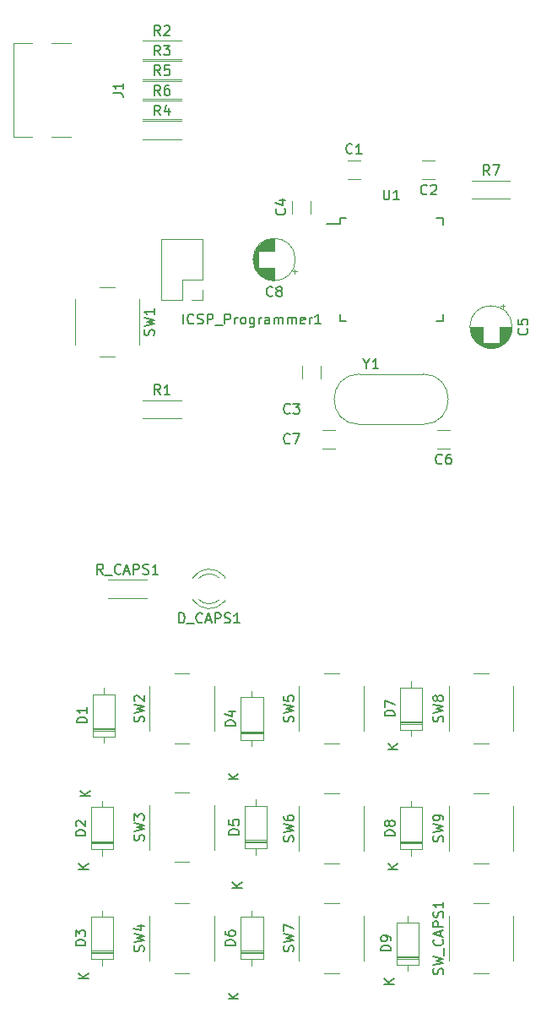
<source format=gbr>
%TF.GenerationSoftware,KiCad,Pcbnew,(6.0.5)*%
%TF.CreationDate,2022-06-16T16:21:38+10:00*%
%TF.ProjectId,test_microcontroller,74657374-5f6d-4696-9372-6f636f6e7472,rev?*%
%TF.SameCoordinates,Original*%
%TF.FileFunction,Legend,Top*%
%TF.FilePolarity,Positive*%
%FSLAX46Y46*%
G04 Gerber Fmt 4.6, Leading zero omitted, Abs format (unit mm)*
G04 Created by KiCad (PCBNEW (6.0.5)) date 2022-06-16 16:21:38*
%MOMM*%
%LPD*%
G01*
G04 APERTURE LIST*
%ADD10C,0.150000*%
%ADD11C,0.120000*%
G04 APERTURE END LIST*
D10*
%TO.C,D6*%
X51332380Y-112738095D02*
X50332380Y-112738095D01*
X50332380Y-112500000D01*
X50380000Y-112357142D01*
X50475238Y-112261904D01*
X50570476Y-112214285D01*
X50760952Y-112166666D01*
X50903809Y-112166666D01*
X51094285Y-112214285D01*
X51189523Y-112261904D01*
X51284761Y-112357142D01*
X51332380Y-112500000D01*
X51332380Y-112738095D01*
X50332380Y-111309523D02*
X50332380Y-111500000D01*
X50380000Y-111595238D01*
X50427619Y-111642857D01*
X50570476Y-111738095D01*
X50760952Y-111785714D01*
X51141904Y-111785714D01*
X51237142Y-111738095D01*
X51284761Y-111690476D01*
X51332380Y-111595238D01*
X51332380Y-111404761D01*
X51284761Y-111309523D01*
X51237142Y-111261904D01*
X51141904Y-111214285D01*
X50903809Y-111214285D01*
X50808571Y-111261904D01*
X50760952Y-111309523D01*
X50713333Y-111404761D01*
X50713333Y-111595238D01*
X50760952Y-111690476D01*
X50808571Y-111738095D01*
X50903809Y-111785714D01*
X51652380Y-118087468D02*
X50652380Y-118087468D01*
X51652380Y-117516040D02*
X51080952Y-117944611D01*
X50652380Y-117516040D02*
X51223809Y-118087468D01*
%TO.C,D1*%
X36472380Y-90418095D02*
X35472380Y-90418095D01*
X35472380Y-90180000D01*
X35520000Y-90037142D01*
X35615238Y-89941904D01*
X35710476Y-89894285D01*
X35900952Y-89846666D01*
X36043809Y-89846666D01*
X36234285Y-89894285D01*
X36329523Y-89941904D01*
X36424761Y-90037142D01*
X36472380Y-90180000D01*
X36472380Y-90418095D01*
X36472380Y-88894285D02*
X36472380Y-89465714D01*
X36472380Y-89180000D02*
X35472380Y-89180000D01*
X35615238Y-89275238D01*
X35710476Y-89370476D01*
X35758095Y-89465714D01*
X36792380Y-97783032D02*
X35792380Y-97783032D01*
X36792380Y-97211604D02*
X36220952Y-97640175D01*
X35792380Y-97211604D02*
X36363809Y-97783032D01*
%TO.C,C6*%
X72083333Y-64407142D02*
X72035714Y-64454761D01*
X71892857Y-64502380D01*
X71797619Y-64502380D01*
X71654761Y-64454761D01*
X71559523Y-64359523D01*
X71511904Y-64264285D01*
X71464285Y-64073809D01*
X71464285Y-63930952D01*
X71511904Y-63740476D01*
X71559523Y-63645238D01*
X71654761Y-63550000D01*
X71797619Y-63502380D01*
X71892857Y-63502380D01*
X72035714Y-63550000D01*
X72083333Y-63597619D01*
X72940476Y-63502380D02*
X72750000Y-63502380D01*
X72654761Y-63550000D01*
X72607142Y-63597619D01*
X72511904Y-63740476D01*
X72464285Y-63930952D01*
X72464285Y-64311904D01*
X72511904Y-64407142D01*
X72559523Y-64454761D01*
X72654761Y-64502380D01*
X72845238Y-64502380D01*
X72940476Y-64454761D01*
X72988095Y-64407142D01*
X73035714Y-64311904D01*
X73035714Y-64073809D01*
X72988095Y-63978571D01*
X72940476Y-63930952D01*
X72845238Y-63883333D01*
X72654761Y-63883333D01*
X72559523Y-63930952D01*
X72511904Y-63978571D01*
X72464285Y-64073809D01*
%TO.C,C2*%
X70583333Y-37407142D02*
X70535714Y-37454761D01*
X70392857Y-37502380D01*
X70297619Y-37502380D01*
X70154761Y-37454761D01*
X70059523Y-37359523D01*
X70011904Y-37264285D01*
X69964285Y-37073809D01*
X69964285Y-36930952D01*
X70011904Y-36740476D01*
X70059523Y-36645238D01*
X70154761Y-36550000D01*
X70297619Y-36502380D01*
X70392857Y-36502380D01*
X70535714Y-36550000D01*
X70583333Y-36597619D01*
X70964285Y-36597619D02*
X71011904Y-36550000D01*
X71107142Y-36502380D01*
X71345238Y-36502380D01*
X71440476Y-36550000D01*
X71488095Y-36597619D01*
X71535714Y-36692857D01*
X71535714Y-36788095D01*
X71488095Y-36930952D01*
X70916666Y-37502380D01*
X71535714Y-37502380D01*
%TO.C,D_CAPS1*%
X45706190Y-80412380D02*
X45706190Y-79412380D01*
X45944285Y-79412380D01*
X46087142Y-79460000D01*
X46182380Y-79555238D01*
X46230000Y-79650476D01*
X46277619Y-79840952D01*
X46277619Y-79983809D01*
X46230000Y-80174285D01*
X46182380Y-80269523D01*
X46087142Y-80364761D01*
X45944285Y-80412380D01*
X45706190Y-80412380D01*
X46468095Y-80507619D02*
X47230000Y-80507619D01*
X48039523Y-80317142D02*
X47991904Y-80364761D01*
X47849047Y-80412380D01*
X47753809Y-80412380D01*
X47610952Y-80364761D01*
X47515714Y-80269523D01*
X47468095Y-80174285D01*
X47420476Y-79983809D01*
X47420476Y-79840952D01*
X47468095Y-79650476D01*
X47515714Y-79555238D01*
X47610952Y-79460000D01*
X47753809Y-79412380D01*
X47849047Y-79412380D01*
X47991904Y-79460000D01*
X48039523Y-79507619D01*
X48420476Y-80126666D02*
X48896666Y-80126666D01*
X48325238Y-80412380D02*
X48658571Y-79412380D01*
X48991904Y-80412380D01*
X49325238Y-80412380D02*
X49325238Y-79412380D01*
X49706190Y-79412380D01*
X49801428Y-79460000D01*
X49849047Y-79507619D01*
X49896666Y-79602857D01*
X49896666Y-79745714D01*
X49849047Y-79840952D01*
X49801428Y-79888571D01*
X49706190Y-79936190D01*
X49325238Y-79936190D01*
X50277619Y-80364761D02*
X50420476Y-80412380D01*
X50658571Y-80412380D01*
X50753809Y-80364761D01*
X50801428Y-80317142D01*
X50849047Y-80221904D01*
X50849047Y-80126666D01*
X50801428Y-80031428D01*
X50753809Y-79983809D01*
X50658571Y-79936190D01*
X50468095Y-79888571D01*
X50372857Y-79840952D01*
X50325238Y-79793333D01*
X50277619Y-79698095D01*
X50277619Y-79602857D01*
X50325238Y-79507619D01*
X50372857Y-79460000D01*
X50468095Y-79412380D01*
X50706190Y-79412380D01*
X50849047Y-79460000D01*
X51801428Y-80412380D02*
X51230000Y-80412380D01*
X51515714Y-80412380D02*
X51515714Y-79412380D01*
X51420476Y-79555238D01*
X51325238Y-79650476D01*
X51230000Y-79698095D01*
%TO.C,D9*%
X66952380Y-113278095D02*
X65952380Y-113278095D01*
X65952380Y-113040000D01*
X66000000Y-112897142D01*
X66095238Y-112801904D01*
X66190476Y-112754285D01*
X66380952Y-112706666D01*
X66523809Y-112706666D01*
X66714285Y-112754285D01*
X66809523Y-112801904D01*
X66904761Y-112897142D01*
X66952380Y-113040000D01*
X66952380Y-113278095D01*
X66952380Y-112230476D02*
X66952380Y-112040000D01*
X66904761Y-111944761D01*
X66857142Y-111897142D01*
X66714285Y-111801904D01*
X66523809Y-111754285D01*
X66142857Y-111754285D01*
X66047619Y-111801904D01*
X66000000Y-111849523D01*
X65952380Y-111944761D01*
X65952380Y-112135238D01*
X66000000Y-112230476D01*
X66047619Y-112278095D01*
X66142857Y-112325714D01*
X66380952Y-112325714D01*
X66476190Y-112278095D01*
X66523809Y-112230476D01*
X66571428Y-112135238D01*
X66571428Y-111944761D01*
X66523809Y-111849523D01*
X66476190Y-111801904D01*
X66380952Y-111754285D01*
X67272380Y-116611904D02*
X66272380Y-116611904D01*
X67272380Y-116040476D02*
X66700952Y-116469047D01*
X66272380Y-116040476D02*
X66843809Y-116611904D01*
%TO.C,R7*%
X76833333Y-35532380D02*
X76500000Y-35056190D01*
X76261904Y-35532380D02*
X76261904Y-34532380D01*
X76642857Y-34532380D01*
X76738095Y-34580000D01*
X76785714Y-34627619D01*
X76833333Y-34722857D01*
X76833333Y-34865714D01*
X76785714Y-34960952D01*
X76738095Y-35008571D01*
X76642857Y-35056190D01*
X76261904Y-35056190D01*
X77166666Y-34532380D02*
X77833333Y-34532380D01*
X77404761Y-35532380D01*
%TO.C,SW_CAPS1*%
X72154761Y-115619047D02*
X72202380Y-115476190D01*
X72202380Y-115238095D01*
X72154761Y-115142857D01*
X72107142Y-115095238D01*
X72011904Y-115047619D01*
X71916666Y-115047619D01*
X71821428Y-115095238D01*
X71773809Y-115142857D01*
X71726190Y-115238095D01*
X71678571Y-115428571D01*
X71630952Y-115523809D01*
X71583333Y-115571428D01*
X71488095Y-115619047D01*
X71392857Y-115619047D01*
X71297619Y-115571428D01*
X71250000Y-115523809D01*
X71202380Y-115428571D01*
X71202380Y-115190476D01*
X71250000Y-115047619D01*
X71202380Y-114714285D02*
X72202380Y-114476190D01*
X71488095Y-114285714D01*
X72202380Y-114095238D01*
X71202380Y-113857142D01*
X72297619Y-113714285D02*
X72297619Y-112952380D01*
X72107142Y-112142857D02*
X72154761Y-112190476D01*
X72202380Y-112333333D01*
X72202380Y-112428571D01*
X72154761Y-112571428D01*
X72059523Y-112666666D01*
X71964285Y-112714285D01*
X71773809Y-112761904D01*
X71630952Y-112761904D01*
X71440476Y-112714285D01*
X71345238Y-112666666D01*
X71250000Y-112571428D01*
X71202380Y-112428571D01*
X71202380Y-112333333D01*
X71250000Y-112190476D01*
X71297619Y-112142857D01*
X71916666Y-111761904D02*
X71916666Y-111285714D01*
X72202380Y-111857142D02*
X71202380Y-111523809D01*
X72202380Y-111190476D01*
X72202380Y-110857142D02*
X71202380Y-110857142D01*
X71202380Y-110476190D01*
X71250000Y-110380952D01*
X71297619Y-110333333D01*
X71392857Y-110285714D01*
X71535714Y-110285714D01*
X71630952Y-110333333D01*
X71678571Y-110380952D01*
X71726190Y-110476190D01*
X71726190Y-110857142D01*
X72154761Y-109904761D02*
X72202380Y-109761904D01*
X72202380Y-109523809D01*
X72154761Y-109428571D01*
X72107142Y-109380952D01*
X72011904Y-109333333D01*
X71916666Y-109333333D01*
X71821428Y-109380952D01*
X71773809Y-109428571D01*
X71726190Y-109523809D01*
X71678571Y-109714285D01*
X71630952Y-109809523D01*
X71583333Y-109857142D01*
X71488095Y-109904761D01*
X71392857Y-109904761D01*
X71297619Y-109857142D01*
X71250000Y-109809523D01*
X71202380Y-109714285D01*
X71202380Y-109476190D01*
X71250000Y-109333333D01*
X72202380Y-108380952D02*
X72202380Y-108952380D01*
X72202380Y-108666666D02*
X71202380Y-108666666D01*
X71345238Y-108761904D01*
X71440476Y-108857142D01*
X71488095Y-108952380D01*
%TO.C,R6*%
X43833333Y-27532380D02*
X43500000Y-27056190D01*
X43261904Y-27532380D02*
X43261904Y-26532380D01*
X43642857Y-26532380D01*
X43738095Y-26580000D01*
X43785714Y-26627619D01*
X43833333Y-26722857D01*
X43833333Y-26865714D01*
X43785714Y-26960952D01*
X43738095Y-27008571D01*
X43642857Y-27056190D01*
X43261904Y-27056190D01*
X44690476Y-26532380D02*
X44500000Y-26532380D01*
X44404761Y-26580000D01*
X44357142Y-26627619D01*
X44261904Y-26770476D01*
X44214285Y-26960952D01*
X44214285Y-27341904D01*
X44261904Y-27437142D01*
X44309523Y-27484761D01*
X44404761Y-27532380D01*
X44595238Y-27532380D01*
X44690476Y-27484761D01*
X44738095Y-27437142D01*
X44785714Y-27341904D01*
X44785714Y-27103809D01*
X44738095Y-27008571D01*
X44690476Y-26960952D01*
X44595238Y-26913333D01*
X44404761Y-26913333D01*
X44309523Y-26960952D01*
X44261904Y-27008571D01*
X44214285Y-27103809D01*
%TO.C,D8*%
X67332380Y-101738095D02*
X66332380Y-101738095D01*
X66332380Y-101500000D01*
X66380000Y-101357142D01*
X66475238Y-101261904D01*
X66570476Y-101214285D01*
X66760952Y-101166666D01*
X66903809Y-101166666D01*
X67094285Y-101214285D01*
X67189523Y-101261904D01*
X67284761Y-101357142D01*
X67332380Y-101500000D01*
X67332380Y-101738095D01*
X66760952Y-100595238D02*
X66713333Y-100690476D01*
X66665714Y-100738095D01*
X66570476Y-100785714D01*
X66522857Y-100785714D01*
X66427619Y-100738095D01*
X66380000Y-100690476D01*
X66332380Y-100595238D01*
X66332380Y-100404761D01*
X66380000Y-100309523D01*
X66427619Y-100261904D01*
X66522857Y-100214285D01*
X66570476Y-100214285D01*
X66665714Y-100261904D01*
X66713333Y-100309523D01*
X66760952Y-100404761D01*
X66760952Y-100595238D01*
X66808571Y-100690476D01*
X66856190Y-100738095D01*
X66951428Y-100785714D01*
X67141904Y-100785714D01*
X67237142Y-100738095D01*
X67284761Y-100690476D01*
X67332380Y-100595238D01*
X67332380Y-100404761D01*
X67284761Y-100309523D01*
X67237142Y-100261904D01*
X67141904Y-100214285D01*
X66951428Y-100214285D01*
X66856190Y-100261904D01*
X66808571Y-100309523D01*
X66760952Y-100404761D01*
X67652380Y-105071904D02*
X66652380Y-105071904D01*
X67652380Y-104500476D02*
X67080952Y-104929047D01*
X66652380Y-104500476D02*
X67223809Y-105071904D01*
%TO.C,J1*%
X39097380Y-27333333D02*
X39811666Y-27333333D01*
X39954523Y-27380952D01*
X40049761Y-27476190D01*
X40097380Y-27619047D01*
X40097380Y-27714285D01*
X40097380Y-26333333D02*
X40097380Y-26904761D01*
X40097380Y-26619047D02*
X39097380Y-26619047D01*
X39240238Y-26714285D01*
X39335476Y-26809523D01*
X39383095Y-26904761D01*
%TO.C,C4*%
X56307142Y-38916666D02*
X56354761Y-38964285D01*
X56402380Y-39107142D01*
X56402380Y-39202380D01*
X56354761Y-39345238D01*
X56259523Y-39440476D01*
X56164285Y-39488095D01*
X55973809Y-39535714D01*
X55830952Y-39535714D01*
X55640476Y-39488095D01*
X55545238Y-39440476D01*
X55450000Y-39345238D01*
X55402380Y-39202380D01*
X55402380Y-39107142D01*
X55450000Y-38964285D01*
X55497619Y-38916666D01*
X55735714Y-38059523D02*
X56402380Y-38059523D01*
X55354761Y-38297619D02*
X56069047Y-38535714D01*
X56069047Y-37916666D01*
%TO.C,D3*%
X36332380Y-112738095D02*
X35332380Y-112738095D01*
X35332380Y-112500000D01*
X35380000Y-112357142D01*
X35475238Y-112261904D01*
X35570476Y-112214285D01*
X35760952Y-112166666D01*
X35903809Y-112166666D01*
X36094285Y-112214285D01*
X36189523Y-112261904D01*
X36284761Y-112357142D01*
X36332380Y-112500000D01*
X36332380Y-112738095D01*
X35332380Y-111833333D02*
X35332380Y-111214285D01*
X35713333Y-111547619D01*
X35713333Y-111404761D01*
X35760952Y-111309523D01*
X35808571Y-111261904D01*
X35903809Y-111214285D01*
X36141904Y-111214285D01*
X36237142Y-111261904D01*
X36284761Y-111309523D01*
X36332380Y-111404761D01*
X36332380Y-111690476D01*
X36284761Y-111785714D01*
X36237142Y-111833333D01*
X36652380Y-116071904D02*
X35652380Y-116071904D01*
X36652380Y-115500476D02*
X36080952Y-115929047D01*
X35652380Y-115500476D02*
X36223809Y-116071904D01*
%TO.C,Y1*%
X64523809Y-54451190D02*
X64523809Y-54927380D01*
X64190476Y-53927380D02*
X64523809Y-54451190D01*
X64857142Y-53927380D01*
X65714285Y-54927380D02*
X65142857Y-54927380D01*
X65428571Y-54927380D02*
X65428571Y-53927380D01*
X65333333Y-54070238D01*
X65238095Y-54165476D01*
X65142857Y-54213095D01*
%TO.C,C5*%
X80607142Y-50916666D02*
X80654761Y-50964285D01*
X80702380Y-51107142D01*
X80702380Y-51202380D01*
X80654761Y-51345238D01*
X80559523Y-51440476D01*
X80464285Y-51488095D01*
X80273809Y-51535714D01*
X80130952Y-51535714D01*
X79940476Y-51488095D01*
X79845238Y-51440476D01*
X79750000Y-51345238D01*
X79702380Y-51202380D01*
X79702380Y-51107142D01*
X79750000Y-50964285D01*
X79797619Y-50916666D01*
X79702380Y-50011904D02*
X79702380Y-50488095D01*
X80178571Y-50535714D01*
X80130952Y-50488095D01*
X80083333Y-50392857D01*
X80083333Y-50154761D01*
X80130952Y-50059523D01*
X80178571Y-50011904D01*
X80273809Y-49964285D01*
X80511904Y-49964285D01*
X80607142Y-50011904D01*
X80654761Y-50059523D01*
X80702380Y-50154761D01*
X80702380Y-50392857D01*
X80654761Y-50488095D01*
X80607142Y-50535714D01*
%TO.C,SW6*%
X57154761Y-102333333D02*
X57202380Y-102190476D01*
X57202380Y-101952380D01*
X57154761Y-101857142D01*
X57107142Y-101809523D01*
X57011904Y-101761904D01*
X56916666Y-101761904D01*
X56821428Y-101809523D01*
X56773809Y-101857142D01*
X56726190Y-101952380D01*
X56678571Y-102142857D01*
X56630952Y-102238095D01*
X56583333Y-102285714D01*
X56488095Y-102333333D01*
X56392857Y-102333333D01*
X56297619Y-102285714D01*
X56250000Y-102238095D01*
X56202380Y-102142857D01*
X56202380Y-101904761D01*
X56250000Y-101761904D01*
X56202380Y-101428571D02*
X57202380Y-101190476D01*
X56488095Y-101000000D01*
X57202380Y-100809523D01*
X56202380Y-100571428D01*
X56202380Y-99761904D02*
X56202380Y-99952380D01*
X56250000Y-100047619D01*
X56297619Y-100095238D01*
X56440476Y-100190476D01*
X56630952Y-100238095D01*
X57011904Y-100238095D01*
X57107142Y-100190476D01*
X57154761Y-100142857D01*
X57202380Y-100047619D01*
X57202380Y-99857142D01*
X57154761Y-99761904D01*
X57107142Y-99714285D01*
X57011904Y-99666666D01*
X56773809Y-99666666D01*
X56678571Y-99714285D01*
X56630952Y-99761904D01*
X56583333Y-99857142D01*
X56583333Y-100047619D01*
X56630952Y-100142857D01*
X56678571Y-100190476D01*
X56773809Y-100238095D01*
%TO.C,R_CAPS1*%
X38087619Y-75532380D02*
X37754285Y-75056190D01*
X37516190Y-75532380D02*
X37516190Y-74532380D01*
X37897142Y-74532380D01*
X37992380Y-74580000D01*
X38040000Y-74627619D01*
X38087619Y-74722857D01*
X38087619Y-74865714D01*
X38040000Y-74960952D01*
X37992380Y-75008571D01*
X37897142Y-75056190D01*
X37516190Y-75056190D01*
X38278095Y-75627619D02*
X39040000Y-75627619D01*
X39849523Y-75437142D02*
X39801904Y-75484761D01*
X39659047Y-75532380D01*
X39563809Y-75532380D01*
X39420952Y-75484761D01*
X39325714Y-75389523D01*
X39278095Y-75294285D01*
X39230476Y-75103809D01*
X39230476Y-74960952D01*
X39278095Y-74770476D01*
X39325714Y-74675238D01*
X39420952Y-74580000D01*
X39563809Y-74532380D01*
X39659047Y-74532380D01*
X39801904Y-74580000D01*
X39849523Y-74627619D01*
X40230476Y-75246666D02*
X40706666Y-75246666D01*
X40135238Y-75532380D02*
X40468571Y-74532380D01*
X40801904Y-75532380D01*
X41135238Y-75532380D02*
X41135238Y-74532380D01*
X41516190Y-74532380D01*
X41611428Y-74580000D01*
X41659047Y-74627619D01*
X41706666Y-74722857D01*
X41706666Y-74865714D01*
X41659047Y-74960952D01*
X41611428Y-75008571D01*
X41516190Y-75056190D01*
X41135238Y-75056190D01*
X42087619Y-75484761D02*
X42230476Y-75532380D01*
X42468571Y-75532380D01*
X42563809Y-75484761D01*
X42611428Y-75437142D01*
X42659047Y-75341904D01*
X42659047Y-75246666D01*
X42611428Y-75151428D01*
X42563809Y-75103809D01*
X42468571Y-75056190D01*
X42278095Y-75008571D01*
X42182857Y-74960952D01*
X42135238Y-74913333D01*
X42087619Y-74818095D01*
X42087619Y-74722857D01*
X42135238Y-74627619D01*
X42182857Y-74580000D01*
X42278095Y-74532380D01*
X42516190Y-74532380D01*
X42659047Y-74580000D01*
X43611428Y-75532380D02*
X43040000Y-75532380D01*
X43325714Y-75532380D02*
X43325714Y-74532380D01*
X43230476Y-74675238D01*
X43135238Y-74770476D01*
X43040000Y-74818095D01*
%TO.C,SW4*%
X42154761Y-113333333D02*
X42202380Y-113190476D01*
X42202380Y-112952380D01*
X42154761Y-112857142D01*
X42107142Y-112809523D01*
X42011904Y-112761904D01*
X41916666Y-112761904D01*
X41821428Y-112809523D01*
X41773809Y-112857142D01*
X41726190Y-112952380D01*
X41678571Y-113142857D01*
X41630952Y-113238095D01*
X41583333Y-113285714D01*
X41488095Y-113333333D01*
X41392857Y-113333333D01*
X41297619Y-113285714D01*
X41250000Y-113238095D01*
X41202380Y-113142857D01*
X41202380Y-112904761D01*
X41250000Y-112761904D01*
X41202380Y-112428571D02*
X42202380Y-112190476D01*
X41488095Y-112000000D01*
X42202380Y-111809523D01*
X41202380Y-111571428D01*
X41535714Y-110761904D02*
X42202380Y-110761904D01*
X41154761Y-111000000D02*
X41869047Y-111238095D01*
X41869047Y-110619047D01*
%TO.C,D7*%
X67332380Y-89738095D02*
X66332380Y-89738095D01*
X66332380Y-89500000D01*
X66380000Y-89357142D01*
X66475238Y-89261904D01*
X66570476Y-89214285D01*
X66760952Y-89166666D01*
X66903809Y-89166666D01*
X67094285Y-89214285D01*
X67189523Y-89261904D01*
X67284761Y-89357142D01*
X67332380Y-89500000D01*
X67332380Y-89738095D01*
X66332380Y-88833333D02*
X66332380Y-88166666D01*
X67332380Y-88595238D01*
X67652380Y-93071904D02*
X66652380Y-93071904D01*
X67652380Y-92500476D02*
X67080952Y-92929047D01*
X66652380Y-92500476D02*
X67223809Y-93071904D01*
%TO.C,C1*%
X63083333Y-33307142D02*
X63035714Y-33354761D01*
X62892857Y-33402380D01*
X62797619Y-33402380D01*
X62654761Y-33354761D01*
X62559523Y-33259523D01*
X62511904Y-33164285D01*
X62464285Y-32973809D01*
X62464285Y-32830952D01*
X62511904Y-32640476D01*
X62559523Y-32545238D01*
X62654761Y-32450000D01*
X62797619Y-32402380D01*
X62892857Y-32402380D01*
X63035714Y-32450000D01*
X63083333Y-32497619D01*
X64035714Y-33402380D02*
X63464285Y-33402380D01*
X63750000Y-33402380D02*
X63750000Y-32402380D01*
X63654761Y-32545238D01*
X63559523Y-32640476D01*
X63464285Y-32688095D01*
%TO.C,SW7*%
X57154761Y-113333333D02*
X57202380Y-113190476D01*
X57202380Y-112952380D01*
X57154761Y-112857142D01*
X57107142Y-112809523D01*
X57011904Y-112761904D01*
X56916666Y-112761904D01*
X56821428Y-112809523D01*
X56773809Y-112857142D01*
X56726190Y-112952380D01*
X56678571Y-113142857D01*
X56630952Y-113238095D01*
X56583333Y-113285714D01*
X56488095Y-113333333D01*
X56392857Y-113333333D01*
X56297619Y-113285714D01*
X56250000Y-113238095D01*
X56202380Y-113142857D01*
X56202380Y-112904761D01*
X56250000Y-112761904D01*
X56202380Y-112428571D02*
X57202380Y-112190476D01*
X56488095Y-112000000D01*
X57202380Y-111809523D01*
X56202380Y-111571428D01*
X56202380Y-111285714D02*
X56202380Y-110619047D01*
X57202380Y-111047619D01*
%TO.C,SW2*%
X42154761Y-90333333D02*
X42202380Y-90190476D01*
X42202380Y-89952380D01*
X42154761Y-89857142D01*
X42107142Y-89809523D01*
X42011904Y-89761904D01*
X41916666Y-89761904D01*
X41821428Y-89809523D01*
X41773809Y-89857142D01*
X41726190Y-89952380D01*
X41678571Y-90142857D01*
X41630952Y-90238095D01*
X41583333Y-90285714D01*
X41488095Y-90333333D01*
X41392857Y-90333333D01*
X41297619Y-90285714D01*
X41250000Y-90238095D01*
X41202380Y-90142857D01*
X41202380Y-89904761D01*
X41250000Y-89761904D01*
X41202380Y-89428571D02*
X42202380Y-89190476D01*
X41488095Y-89000000D01*
X42202380Y-88809523D01*
X41202380Y-88571428D01*
X41297619Y-88238095D02*
X41250000Y-88190476D01*
X41202380Y-88095238D01*
X41202380Y-87857142D01*
X41250000Y-87761904D01*
X41297619Y-87714285D01*
X41392857Y-87666666D01*
X41488095Y-87666666D01*
X41630952Y-87714285D01*
X42202380Y-88285714D01*
X42202380Y-87666666D01*
%TO.C,R5*%
X43833333Y-25532380D02*
X43500000Y-25056190D01*
X43261904Y-25532380D02*
X43261904Y-24532380D01*
X43642857Y-24532380D01*
X43738095Y-24580000D01*
X43785714Y-24627619D01*
X43833333Y-24722857D01*
X43833333Y-24865714D01*
X43785714Y-24960952D01*
X43738095Y-25008571D01*
X43642857Y-25056190D01*
X43261904Y-25056190D01*
X44738095Y-24532380D02*
X44261904Y-24532380D01*
X44214285Y-25008571D01*
X44261904Y-24960952D01*
X44357142Y-24913333D01*
X44595238Y-24913333D01*
X44690476Y-24960952D01*
X44738095Y-25008571D01*
X44785714Y-25103809D01*
X44785714Y-25341904D01*
X44738095Y-25437142D01*
X44690476Y-25484761D01*
X44595238Y-25532380D01*
X44357142Y-25532380D01*
X44261904Y-25484761D01*
X44214285Y-25437142D01*
%TO.C,ICSP_Programmer1*%
X46119047Y-50452380D02*
X46119047Y-49452380D01*
X47166666Y-50357142D02*
X47119047Y-50404761D01*
X46976190Y-50452380D01*
X46880952Y-50452380D01*
X46738095Y-50404761D01*
X46642857Y-50309523D01*
X46595238Y-50214285D01*
X46547619Y-50023809D01*
X46547619Y-49880952D01*
X46595238Y-49690476D01*
X46642857Y-49595238D01*
X46738095Y-49500000D01*
X46880952Y-49452380D01*
X46976190Y-49452380D01*
X47119047Y-49500000D01*
X47166666Y-49547619D01*
X47547619Y-50404761D02*
X47690476Y-50452380D01*
X47928571Y-50452380D01*
X48023809Y-50404761D01*
X48071428Y-50357142D01*
X48119047Y-50261904D01*
X48119047Y-50166666D01*
X48071428Y-50071428D01*
X48023809Y-50023809D01*
X47928571Y-49976190D01*
X47738095Y-49928571D01*
X47642857Y-49880952D01*
X47595238Y-49833333D01*
X47547619Y-49738095D01*
X47547619Y-49642857D01*
X47595238Y-49547619D01*
X47642857Y-49500000D01*
X47738095Y-49452380D01*
X47976190Y-49452380D01*
X48119047Y-49500000D01*
X48547619Y-50452380D02*
X48547619Y-49452380D01*
X48928571Y-49452380D01*
X49023809Y-49500000D01*
X49071428Y-49547619D01*
X49119047Y-49642857D01*
X49119047Y-49785714D01*
X49071428Y-49880952D01*
X49023809Y-49928571D01*
X48928571Y-49976190D01*
X48547619Y-49976190D01*
X49309523Y-50547619D02*
X50071428Y-50547619D01*
X50309523Y-50452380D02*
X50309523Y-49452380D01*
X50690476Y-49452380D01*
X50785714Y-49500000D01*
X50833333Y-49547619D01*
X50880952Y-49642857D01*
X50880952Y-49785714D01*
X50833333Y-49880952D01*
X50785714Y-49928571D01*
X50690476Y-49976190D01*
X50309523Y-49976190D01*
X51309523Y-50452380D02*
X51309523Y-49785714D01*
X51309523Y-49976190D02*
X51357142Y-49880952D01*
X51404761Y-49833333D01*
X51500000Y-49785714D01*
X51595238Y-49785714D01*
X52071428Y-50452380D02*
X51976190Y-50404761D01*
X51928571Y-50357142D01*
X51880952Y-50261904D01*
X51880952Y-49976190D01*
X51928571Y-49880952D01*
X51976190Y-49833333D01*
X52071428Y-49785714D01*
X52214285Y-49785714D01*
X52309523Y-49833333D01*
X52357142Y-49880952D01*
X52404761Y-49976190D01*
X52404761Y-50261904D01*
X52357142Y-50357142D01*
X52309523Y-50404761D01*
X52214285Y-50452380D01*
X52071428Y-50452380D01*
X53261904Y-49785714D02*
X53261904Y-50595238D01*
X53214285Y-50690476D01*
X53166666Y-50738095D01*
X53071428Y-50785714D01*
X52928571Y-50785714D01*
X52833333Y-50738095D01*
X53261904Y-50404761D02*
X53166666Y-50452380D01*
X52976190Y-50452380D01*
X52880952Y-50404761D01*
X52833333Y-50357142D01*
X52785714Y-50261904D01*
X52785714Y-49976190D01*
X52833333Y-49880952D01*
X52880952Y-49833333D01*
X52976190Y-49785714D01*
X53166666Y-49785714D01*
X53261904Y-49833333D01*
X53738095Y-50452380D02*
X53738095Y-49785714D01*
X53738095Y-49976190D02*
X53785714Y-49880952D01*
X53833333Y-49833333D01*
X53928571Y-49785714D01*
X54023809Y-49785714D01*
X54785714Y-50452380D02*
X54785714Y-49928571D01*
X54738095Y-49833333D01*
X54642857Y-49785714D01*
X54452380Y-49785714D01*
X54357142Y-49833333D01*
X54785714Y-50404761D02*
X54690476Y-50452380D01*
X54452380Y-50452380D01*
X54357142Y-50404761D01*
X54309523Y-50309523D01*
X54309523Y-50214285D01*
X54357142Y-50119047D01*
X54452380Y-50071428D01*
X54690476Y-50071428D01*
X54785714Y-50023809D01*
X55261904Y-50452380D02*
X55261904Y-49785714D01*
X55261904Y-49880952D02*
X55309523Y-49833333D01*
X55404761Y-49785714D01*
X55547619Y-49785714D01*
X55642857Y-49833333D01*
X55690476Y-49928571D01*
X55690476Y-50452380D01*
X55690476Y-49928571D02*
X55738095Y-49833333D01*
X55833333Y-49785714D01*
X55976190Y-49785714D01*
X56071428Y-49833333D01*
X56119047Y-49928571D01*
X56119047Y-50452380D01*
X56595238Y-50452380D02*
X56595238Y-49785714D01*
X56595238Y-49880952D02*
X56642857Y-49833333D01*
X56738095Y-49785714D01*
X56880952Y-49785714D01*
X56976190Y-49833333D01*
X57023809Y-49928571D01*
X57023809Y-50452380D01*
X57023809Y-49928571D02*
X57071428Y-49833333D01*
X57166666Y-49785714D01*
X57309523Y-49785714D01*
X57404761Y-49833333D01*
X57452380Y-49928571D01*
X57452380Y-50452380D01*
X58309523Y-50404761D02*
X58214285Y-50452380D01*
X58023809Y-50452380D01*
X57928571Y-50404761D01*
X57880952Y-50309523D01*
X57880952Y-49928571D01*
X57928571Y-49833333D01*
X58023809Y-49785714D01*
X58214285Y-49785714D01*
X58309523Y-49833333D01*
X58357142Y-49928571D01*
X58357142Y-50023809D01*
X57880952Y-50119047D01*
X58785714Y-50452380D02*
X58785714Y-49785714D01*
X58785714Y-49976190D02*
X58833333Y-49880952D01*
X58880952Y-49833333D01*
X58976190Y-49785714D01*
X59071428Y-49785714D01*
X59928571Y-50452380D02*
X59357142Y-50452380D01*
X59642857Y-50452380D02*
X59642857Y-49452380D01*
X59547619Y-49595238D01*
X59452380Y-49690476D01*
X59357142Y-49738095D01*
%TO.C,C3*%
X56833333Y-59357142D02*
X56785714Y-59404761D01*
X56642857Y-59452380D01*
X56547619Y-59452380D01*
X56404761Y-59404761D01*
X56309523Y-59309523D01*
X56261904Y-59214285D01*
X56214285Y-59023809D01*
X56214285Y-58880952D01*
X56261904Y-58690476D01*
X56309523Y-58595238D01*
X56404761Y-58500000D01*
X56547619Y-58452380D01*
X56642857Y-58452380D01*
X56785714Y-58500000D01*
X56833333Y-58547619D01*
X57166666Y-58452380D02*
X57785714Y-58452380D01*
X57452380Y-58833333D01*
X57595238Y-58833333D01*
X57690476Y-58880952D01*
X57738095Y-58928571D01*
X57785714Y-59023809D01*
X57785714Y-59261904D01*
X57738095Y-59357142D01*
X57690476Y-59404761D01*
X57595238Y-59452380D01*
X57309523Y-59452380D01*
X57214285Y-59404761D01*
X57166666Y-59357142D01*
%TO.C,D4*%
X51332380Y-90738095D02*
X50332380Y-90738095D01*
X50332380Y-90500000D01*
X50380000Y-90357142D01*
X50475238Y-90261904D01*
X50570476Y-90214285D01*
X50760952Y-90166666D01*
X50903809Y-90166666D01*
X51094285Y-90214285D01*
X51189523Y-90261904D01*
X51284761Y-90357142D01*
X51332380Y-90500000D01*
X51332380Y-90738095D01*
X50665714Y-89309523D02*
X51332380Y-89309523D01*
X50284761Y-89547619D02*
X50999047Y-89785714D01*
X50999047Y-89166666D01*
X51652380Y-96087468D02*
X50652380Y-96087468D01*
X51652380Y-95516040D02*
X51080952Y-95944611D01*
X50652380Y-95516040D02*
X51223809Y-96087468D01*
%TO.C,R4*%
X43833333Y-29532380D02*
X43500000Y-29056190D01*
X43261904Y-29532380D02*
X43261904Y-28532380D01*
X43642857Y-28532380D01*
X43738095Y-28580000D01*
X43785714Y-28627619D01*
X43833333Y-28722857D01*
X43833333Y-28865714D01*
X43785714Y-28960952D01*
X43738095Y-29008571D01*
X43642857Y-29056190D01*
X43261904Y-29056190D01*
X44690476Y-28865714D02*
X44690476Y-29532380D01*
X44452380Y-28484761D02*
X44214285Y-29199047D01*
X44833333Y-29199047D01*
%TO.C,SW5*%
X57154761Y-90333333D02*
X57202380Y-90190476D01*
X57202380Y-89952380D01*
X57154761Y-89857142D01*
X57107142Y-89809523D01*
X57011904Y-89761904D01*
X56916666Y-89761904D01*
X56821428Y-89809523D01*
X56773809Y-89857142D01*
X56726190Y-89952380D01*
X56678571Y-90142857D01*
X56630952Y-90238095D01*
X56583333Y-90285714D01*
X56488095Y-90333333D01*
X56392857Y-90333333D01*
X56297619Y-90285714D01*
X56250000Y-90238095D01*
X56202380Y-90142857D01*
X56202380Y-89904761D01*
X56250000Y-89761904D01*
X56202380Y-89428571D02*
X57202380Y-89190476D01*
X56488095Y-89000000D01*
X57202380Y-88809523D01*
X56202380Y-88571428D01*
X56202380Y-87714285D02*
X56202380Y-88190476D01*
X56678571Y-88238095D01*
X56630952Y-88190476D01*
X56583333Y-88095238D01*
X56583333Y-87857142D01*
X56630952Y-87761904D01*
X56678571Y-87714285D01*
X56773809Y-87666666D01*
X57011904Y-87666666D01*
X57107142Y-87714285D01*
X57154761Y-87761904D01*
X57202380Y-87857142D01*
X57202380Y-88095238D01*
X57154761Y-88190476D01*
X57107142Y-88238095D01*
%TO.C,U1*%
X66238095Y-37002380D02*
X66238095Y-37811904D01*
X66285714Y-37907142D01*
X66333333Y-37954761D01*
X66428571Y-38002380D01*
X66619047Y-38002380D01*
X66714285Y-37954761D01*
X66761904Y-37907142D01*
X66809523Y-37811904D01*
X66809523Y-37002380D01*
X67809523Y-38002380D02*
X67238095Y-38002380D01*
X67523809Y-38002380D02*
X67523809Y-37002380D01*
X67428571Y-37145238D01*
X67333333Y-37240476D01*
X67238095Y-37288095D01*
%TO.C,R3*%
X43833333Y-23532380D02*
X43500000Y-23056190D01*
X43261904Y-23532380D02*
X43261904Y-22532380D01*
X43642857Y-22532380D01*
X43738095Y-22580000D01*
X43785714Y-22627619D01*
X43833333Y-22722857D01*
X43833333Y-22865714D01*
X43785714Y-22960952D01*
X43738095Y-23008571D01*
X43642857Y-23056190D01*
X43261904Y-23056190D01*
X44166666Y-22532380D02*
X44785714Y-22532380D01*
X44452380Y-22913333D01*
X44595238Y-22913333D01*
X44690476Y-22960952D01*
X44738095Y-23008571D01*
X44785714Y-23103809D01*
X44785714Y-23341904D01*
X44738095Y-23437142D01*
X44690476Y-23484761D01*
X44595238Y-23532380D01*
X44309523Y-23532380D01*
X44214285Y-23484761D01*
X44166666Y-23437142D01*
%TO.C,D5*%
X51712380Y-101626967D02*
X50712380Y-101626967D01*
X50712380Y-101388872D01*
X50760000Y-101246014D01*
X50855238Y-101150776D01*
X50950476Y-101103157D01*
X51140952Y-101055538D01*
X51283809Y-101055538D01*
X51474285Y-101103157D01*
X51569523Y-101150776D01*
X51664761Y-101246014D01*
X51712380Y-101388872D01*
X51712380Y-101626967D01*
X50712380Y-100150776D02*
X50712380Y-100626967D01*
X51188571Y-100674586D01*
X51140952Y-100626967D01*
X51093333Y-100531729D01*
X51093333Y-100293633D01*
X51140952Y-100198395D01*
X51188571Y-100150776D01*
X51283809Y-100103157D01*
X51521904Y-100103157D01*
X51617142Y-100150776D01*
X51664761Y-100198395D01*
X51712380Y-100293633D01*
X51712380Y-100531729D01*
X51664761Y-100626967D01*
X51617142Y-100674586D01*
X52032380Y-106976340D02*
X51032380Y-106976340D01*
X52032380Y-106404912D02*
X51460952Y-106833483D01*
X51032380Y-106404912D02*
X51603809Y-106976340D01*
%TO.C,R2*%
X43833333Y-21532380D02*
X43500000Y-21056190D01*
X43261904Y-21532380D02*
X43261904Y-20532380D01*
X43642857Y-20532380D01*
X43738095Y-20580000D01*
X43785714Y-20627619D01*
X43833333Y-20722857D01*
X43833333Y-20865714D01*
X43785714Y-20960952D01*
X43738095Y-21008571D01*
X43642857Y-21056190D01*
X43261904Y-21056190D01*
X44214285Y-20627619D02*
X44261904Y-20580000D01*
X44357142Y-20532380D01*
X44595238Y-20532380D01*
X44690476Y-20580000D01*
X44738095Y-20627619D01*
X44785714Y-20722857D01*
X44785714Y-20818095D01*
X44738095Y-20960952D01*
X44166666Y-21532380D01*
X44785714Y-21532380D01*
%TO.C,SW8*%
X72154761Y-90333333D02*
X72202380Y-90190476D01*
X72202380Y-89952380D01*
X72154761Y-89857142D01*
X72107142Y-89809523D01*
X72011904Y-89761904D01*
X71916666Y-89761904D01*
X71821428Y-89809523D01*
X71773809Y-89857142D01*
X71726190Y-89952380D01*
X71678571Y-90142857D01*
X71630952Y-90238095D01*
X71583333Y-90285714D01*
X71488095Y-90333333D01*
X71392857Y-90333333D01*
X71297619Y-90285714D01*
X71250000Y-90238095D01*
X71202380Y-90142857D01*
X71202380Y-89904761D01*
X71250000Y-89761904D01*
X71202380Y-89428571D02*
X72202380Y-89190476D01*
X71488095Y-89000000D01*
X72202380Y-88809523D01*
X71202380Y-88571428D01*
X71630952Y-88047619D02*
X71583333Y-88142857D01*
X71535714Y-88190476D01*
X71440476Y-88238095D01*
X71392857Y-88238095D01*
X71297619Y-88190476D01*
X71250000Y-88142857D01*
X71202380Y-88047619D01*
X71202380Y-87857142D01*
X71250000Y-87761904D01*
X71297619Y-87714285D01*
X71392857Y-87666666D01*
X71440476Y-87666666D01*
X71535714Y-87714285D01*
X71583333Y-87761904D01*
X71630952Y-87857142D01*
X71630952Y-88047619D01*
X71678571Y-88142857D01*
X71726190Y-88190476D01*
X71821428Y-88238095D01*
X72011904Y-88238095D01*
X72107142Y-88190476D01*
X72154761Y-88142857D01*
X72202380Y-88047619D01*
X72202380Y-87857142D01*
X72154761Y-87761904D01*
X72107142Y-87714285D01*
X72011904Y-87666666D01*
X71821428Y-87666666D01*
X71726190Y-87714285D01*
X71678571Y-87761904D01*
X71630952Y-87857142D01*
%TO.C,SW3*%
X42154761Y-102222205D02*
X42202380Y-102079348D01*
X42202380Y-101841252D01*
X42154761Y-101746014D01*
X42107142Y-101698395D01*
X42011904Y-101650776D01*
X41916666Y-101650776D01*
X41821428Y-101698395D01*
X41773809Y-101746014D01*
X41726190Y-101841252D01*
X41678571Y-102031729D01*
X41630952Y-102126967D01*
X41583333Y-102174586D01*
X41488095Y-102222205D01*
X41392857Y-102222205D01*
X41297619Y-102174586D01*
X41250000Y-102126967D01*
X41202380Y-102031729D01*
X41202380Y-101793633D01*
X41250000Y-101650776D01*
X41202380Y-101317443D02*
X42202380Y-101079348D01*
X41488095Y-100888872D01*
X42202380Y-100698395D01*
X41202380Y-100460300D01*
X41202380Y-100174586D02*
X41202380Y-99555538D01*
X41583333Y-99888872D01*
X41583333Y-99746014D01*
X41630952Y-99650776D01*
X41678571Y-99603157D01*
X41773809Y-99555538D01*
X42011904Y-99555538D01*
X42107142Y-99603157D01*
X42154761Y-99650776D01*
X42202380Y-99746014D01*
X42202380Y-100031729D01*
X42154761Y-100126967D01*
X42107142Y-100174586D01*
%TO.C,C7*%
X56833333Y-62357142D02*
X56785714Y-62404761D01*
X56642857Y-62452380D01*
X56547619Y-62452380D01*
X56404761Y-62404761D01*
X56309523Y-62309523D01*
X56261904Y-62214285D01*
X56214285Y-62023809D01*
X56214285Y-61880952D01*
X56261904Y-61690476D01*
X56309523Y-61595238D01*
X56404761Y-61500000D01*
X56547619Y-61452380D01*
X56642857Y-61452380D01*
X56785714Y-61500000D01*
X56833333Y-61547619D01*
X57166666Y-61452380D02*
X57833333Y-61452380D01*
X57404761Y-62452380D01*
%TO.C,SW9*%
X72154761Y-102333333D02*
X72202380Y-102190476D01*
X72202380Y-101952380D01*
X72154761Y-101857142D01*
X72107142Y-101809523D01*
X72011904Y-101761904D01*
X71916666Y-101761904D01*
X71821428Y-101809523D01*
X71773809Y-101857142D01*
X71726190Y-101952380D01*
X71678571Y-102142857D01*
X71630952Y-102238095D01*
X71583333Y-102285714D01*
X71488095Y-102333333D01*
X71392857Y-102333333D01*
X71297619Y-102285714D01*
X71250000Y-102238095D01*
X71202380Y-102142857D01*
X71202380Y-101904761D01*
X71250000Y-101761904D01*
X71202380Y-101428571D02*
X72202380Y-101190476D01*
X71488095Y-101000000D01*
X72202380Y-100809523D01*
X71202380Y-100571428D01*
X72202380Y-100142857D02*
X72202380Y-99952380D01*
X72154761Y-99857142D01*
X72107142Y-99809523D01*
X71964285Y-99714285D01*
X71773809Y-99666666D01*
X71392857Y-99666666D01*
X71297619Y-99714285D01*
X71250000Y-99761904D01*
X71202380Y-99857142D01*
X71202380Y-100047619D01*
X71250000Y-100142857D01*
X71297619Y-100190476D01*
X71392857Y-100238095D01*
X71630952Y-100238095D01*
X71726190Y-100190476D01*
X71773809Y-100142857D01*
X71821428Y-100047619D01*
X71821428Y-99857142D01*
X71773809Y-99761904D01*
X71726190Y-99714285D01*
X71630952Y-99666666D01*
%TO.C,C8*%
X55083333Y-47607142D02*
X55035714Y-47654761D01*
X54892857Y-47702380D01*
X54797619Y-47702380D01*
X54654761Y-47654761D01*
X54559523Y-47559523D01*
X54511904Y-47464285D01*
X54464285Y-47273809D01*
X54464285Y-47130952D01*
X54511904Y-46940476D01*
X54559523Y-46845238D01*
X54654761Y-46750000D01*
X54797619Y-46702380D01*
X54892857Y-46702380D01*
X55035714Y-46750000D01*
X55083333Y-46797619D01*
X55654761Y-47130952D02*
X55559523Y-47083333D01*
X55511904Y-47035714D01*
X55464285Y-46940476D01*
X55464285Y-46892857D01*
X55511904Y-46797619D01*
X55559523Y-46750000D01*
X55654761Y-46702380D01*
X55845238Y-46702380D01*
X55940476Y-46750000D01*
X55988095Y-46797619D01*
X56035714Y-46892857D01*
X56035714Y-46940476D01*
X55988095Y-47035714D01*
X55940476Y-47083333D01*
X55845238Y-47130952D01*
X55654761Y-47130952D01*
X55559523Y-47178571D01*
X55511904Y-47226190D01*
X55464285Y-47321428D01*
X55464285Y-47511904D01*
X55511904Y-47607142D01*
X55559523Y-47654761D01*
X55654761Y-47702380D01*
X55845238Y-47702380D01*
X55940476Y-47654761D01*
X55988095Y-47607142D01*
X56035714Y-47511904D01*
X56035714Y-47321428D01*
X55988095Y-47226190D01*
X55940476Y-47178571D01*
X55845238Y-47130952D01*
%TO.C,D2*%
X36332380Y-101738095D02*
X35332380Y-101738095D01*
X35332380Y-101500000D01*
X35380000Y-101357142D01*
X35475238Y-101261904D01*
X35570476Y-101214285D01*
X35760952Y-101166666D01*
X35903809Y-101166666D01*
X36094285Y-101214285D01*
X36189523Y-101261904D01*
X36284761Y-101357142D01*
X36332380Y-101500000D01*
X36332380Y-101738095D01*
X35427619Y-100785714D02*
X35380000Y-100738095D01*
X35332380Y-100642857D01*
X35332380Y-100404761D01*
X35380000Y-100309523D01*
X35427619Y-100261904D01*
X35522857Y-100214285D01*
X35618095Y-100214285D01*
X35760952Y-100261904D01*
X36332380Y-100833333D01*
X36332380Y-100214285D01*
X36652380Y-105071904D02*
X35652380Y-105071904D01*
X36652380Y-104500476D02*
X36080952Y-104929047D01*
X35652380Y-104500476D02*
X36223809Y-105071904D01*
%TO.C,SW1*%
X43154761Y-51583333D02*
X43202380Y-51440476D01*
X43202380Y-51202380D01*
X43154761Y-51107142D01*
X43107142Y-51059523D01*
X43011904Y-51011904D01*
X42916666Y-51011904D01*
X42821428Y-51059523D01*
X42773809Y-51107142D01*
X42726190Y-51202380D01*
X42678571Y-51392857D01*
X42630952Y-51488095D01*
X42583333Y-51535714D01*
X42488095Y-51583333D01*
X42392857Y-51583333D01*
X42297619Y-51535714D01*
X42250000Y-51488095D01*
X42202380Y-51392857D01*
X42202380Y-51154761D01*
X42250000Y-51011904D01*
X42202380Y-50678571D02*
X43202380Y-50440476D01*
X42488095Y-50250000D01*
X43202380Y-50059523D01*
X42202380Y-49821428D01*
X43202380Y-48916666D02*
X43202380Y-49488095D01*
X43202380Y-49202380D02*
X42202380Y-49202380D01*
X42345238Y-49297619D01*
X42440476Y-49392857D01*
X42488095Y-49488095D01*
%TO.C,R1*%
X43833333Y-57532380D02*
X43500000Y-57056190D01*
X43261904Y-57532380D02*
X43261904Y-56532380D01*
X43642857Y-56532380D01*
X43738095Y-56580000D01*
X43785714Y-56627619D01*
X43833333Y-56722857D01*
X43833333Y-56865714D01*
X43785714Y-56960952D01*
X43738095Y-57008571D01*
X43642857Y-57056190D01*
X43261904Y-57056190D01*
X44785714Y-57532380D02*
X44214285Y-57532380D01*
X44500000Y-57532380D02*
X44500000Y-56532380D01*
X44404761Y-56675238D01*
X44309523Y-56770476D01*
X44214285Y-56818095D01*
D11*
%TO.C,D6*%
X53000000Y-109230000D02*
X53000000Y-109880000D01*
X51880000Y-113520000D02*
X54120000Y-113520000D01*
X51880000Y-114120000D02*
X54120000Y-114120000D01*
X54120000Y-109880000D02*
X51880000Y-109880000D01*
X51880000Y-113280000D02*
X54120000Y-113280000D01*
X54120000Y-114120000D02*
X54120000Y-109880000D01*
X51880000Y-113400000D02*
X54120000Y-113400000D01*
X51880000Y-109880000D02*
X51880000Y-114120000D01*
X53000000Y-114770000D02*
X53000000Y-114120000D01*
%TO.C,D1*%
X38140000Y-92450000D02*
X38140000Y-91800000D01*
X39260000Y-87560000D02*
X37020000Y-87560000D01*
X37020000Y-91080000D02*
X39260000Y-91080000D01*
X37020000Y-91800000D02*
X39260000Y-91800000D01*
X39260000Y-91800000D02*
X39260000Y-87560000D01*
X37020000Y-90960000D02*
X39260000Y-90960000D01*
X37020000Y-91200000D02*
X39260000Y-91200000D01*
X37020000Y-87560000D02*
X37020000Y-91800000D01*
X38140000Y-86910000D02*
X38140000Y-87560000D01*
%TO.C,C6*%
X72879000Y-62920000D02*
X71621000Y-62920000D01*
X72879000Y-61080000D02*
X71621000Y-61080000D01*
%TO.C,C2*%
X71379000Y-34080000D02*
X70121000Y-34080000D01*
X71379000Y-35920000D02*
X70121000Y-35920000D01*
%TO.C,D_CAPS1*%
X50290000Y-78236000D02*
X50290000Y-78080000D01*
X50290000Y-75920000D02*
X50290000Y-75764000D01*
X47688870Y-78079837D02*
G75*
G03*
X49770961Y-78080000I1041130J1079837D01*
G01*
X49770961Y-75920000D02*
G75*
G03*
X47688870Y-75920163I-1040961J-1080000D01*
G01*
X50290000Y-75764484D02*
G75*
G03*
X47057665Y-75921392I-1560000J-1235516D01*
G01*
X47057665Y-78078608D02*
G75*
G03*
X50290000Y-78235516I1672335J1078608D01*
G01*
%TO.C,D9*%
X67500000Y-114060000D02*
X69740000Y-114060000D01*
X67500000Y-113940000D02*
X69740000Y-113940000D01*
X68620000Y-115310000D02*
X68620000Y-114660000D01*
X67500000Y-113820000D02*
X69740000Y-113820000D01*
X69740000Y-110420000D02*
X67500000Y-110420000D01*
X67500000Y-114660000D02*
X69740000Y-114660000D01*
X68620000Y-109770000D02*
X68620000Y-110420000D01*
X69740000Y-114660000D02*
X69740000Y-110420000D01*
X67500000Y-110420000D02*
X67500000Y-114660000D01*
%TO.C,R7*%
X75080000Y-36080000D02*
X78920000Y-36080000D01*
X75080000Y-37920000D02*
X78920000Y-37920000D01*
%TO.C,SW_CAPS1*%
X72750000Y-109750000D02*
X72750000Y-114250000D01*
X75250000Y-115500000D02*
X76750000Y-115500000D01*
X76750000Y-108500000D02*
X75250000Y-108500000D01*
X79250000Y-114250000D02*
X79250000Y-109750000D01*
%TO.C,R6*%
X42080000Y-29920000D02*
X45920000Y-29920000D01*
X42080000Y-28080000D02*
X45920000Y-28080000D01*
%TO.C,D8*%
X69000000Y-98230000D02*
X69000000Y-98880000D01*
X67880000Y-102520000D02*
X70120000Y-102520000D01*
X69000000Y-103770000D02*
X69000000Y-103120000D01*
X70120000Y-98880000D02*
X67880000Y-98880000D01*
X67880000Y-102280000D02*
X70120000Y-102280000D01*
X67880000Y-102400000D02*
X70120000Y-102400000D01*
X70120000Y-103120000D02*
X70120000Y-98880000D01*
X67880000Y-98880000D02*
X67880000Y-103120000D01*
X67880000Y-103120000D02*
X70120000Y-103120000D01*
%TO.C,J1*%
X31000000Y-31700000D02*
X29100000Y-31700000D01*
X31000000Y-22300000D02*
X29100000Y-22300000D01*
X34900000Y-31700000D02*
X32900000Y-31700000D01*
X34900000Y-22300000D02*
X32900000Y-22300000D01*
X29100000Y-22300000D02*
X29100000Y-31700000D01*
%TO.C,C4*%
X57080000Y-39379000D02*
X57080000Y-38121000D01*
X58920000Y-39379000D02*
X58920000Y-38121000D01*
%TO.C,D3*%
X36880000Y-109880000D02*
X36880000Y-114120000D01*
X36880000Y-113280000D02*
X39120000Y-113280000D01*
X36880000Y-113520000D02*
X39120000Y-113520000D01*
X38000000Y-109230000D02*
X38000000Y-109880000D01*
X39120000Y-109880000D02*
X36880000Y-109880000D01*
X36880000Y-114120000D02*
X39120000Y-114120000D01*
X38000000Y-114770000D02*
X38000000Y-114120000D01*
X36880000Y-113400000D02*
X39120000Y-113400000D01*
X39120000Y-114120000D02*
X39120000Y-109880000D01*
%TO.C,Y1*%
X63790000Y-55475000D02*
X70190000Y-55475000D01*
X63790000Y-60525000D02*
X70190000Y-60525000D01*
X70190000Y-60525000D02*
G75*
G03*
X70190000Y-55475000I0J2525000D01*
G01*
X63790000Y-55475000D02*
G75*
G03*
X63790000Y-60525000I0J-2525000D01*
G01*
%TO.C,C5*%
X77370000Y-52831000D02*
X76630000Y-52831000D01*
X76160000Y-51390000D02*
X75018000Y-51390000D01*
X77768000Y-52711000D02*
X76232000Y-52711000D01*
X78954000Y-51471000D02*
X77840000Y-51471000D01*
X76160000Y-52311000D02*
X75604000Y-52311000D01*
X78830000Y-51751000D02*
X77840000Y-51751000D01*
X76160000Y-51350000D02*
X75006000Y-51350000D01*
X79034000Y-51190000D02*
X77840000Y-51190000D01*
X78708000Y-51951000D02*
X77840000Y-51951000D01*
X79074000Y-50910000D02*
X77840000Y-50910000D01*
X78994000Y-51350000D02*
X77840000Y-51350000D01*
X76160000Y-52231000D02*
X75522000Y-52231000D01*
X78516000Y-52191000D02*
X77840000Y-52191000D01*
X76160000Y-51551000D02*
X75076000Y-51551000D01*
X76160000Y-50790000D02*
X74920000Y-50790000D01*
X76160000Y-51270000D02*
X74984000Y-51270000D01*
X76160000Y-50870000D02*
X74923000Y-50870000D01*
X79050000Y-51110000D02*
X77840000Y-51110000D01*
X76160000Y-51951000D02*
X75292000Y-51951000D01*
X79067000Y-50990000D02*
X77840000Y-50990000D01*
X78478000Y-52231000D02*
X77840000Y-52231000D01*
X76160000Y-50990000D02*
X74933000Y-50990000D01*
X76160000Y-51230000D02*
X74975000Y-51230000D01*
X76160000Y-51150000D02*
X74958000Y-51150000D01*
X78195000Y-48480199D02*
X78195000Y-48880199D01*
X76160000Y-51911000D02*
X75265000Y-51911000D01*
X76160000Y-51991000D02*
X75320000Y-51991000D01*
X78760000Y-51871000D02*
X77840000Y-51871000D01*
X78982000Y-51390000D02*
X77840000Y-51390000D01*
X76160000Y-51631000D02*
X75111000Y-51631000D01*
X78680000Y-51991000D02*
X77840000Y-51991000D01*
X78396000Y-52311000D02*
X77840000Y-52311000D01*
X78968000Y-51430000D02*
X77840000Y-51430000D01*
X79016000Y-51270000D02*
X77840000Y-51270000D01*
X76160000Y-51030000D02*
X74938000Y-51030000D01*
X79077000Y-50870000D02*
X77840000Y-50870000D01*
X76160000Y-51511000D02*
X75060000Y-51511000D01*
X78870000Y-51671000D02*
X77840000Y-51671000D01*
X76160000Y-51711000D02*
X75149000Y-51711000D01*
X76160000Y-51671000D02*
X75130000Y-51671000D01*
X76160000Y-52071000D02*
X75381000Y-52071000D01*
X76160000Y-52031000D02*
X75350000Y-52031000D01*
X76160000Y-51190000D02*
X74966000Y-51190000D01*
X78304000Y-52391000D02*
X75696000Y-52391000D01*
X76160000Y-52191000D02*
X75484000Y-52191000D01*
X79056000Y-51070000D02*
X77840000Y-51070000D01*
X78907000Y-51591000D02*
X77840000Y-51591000D01*
X76160000Y-51751000D02*
X75170000Y-51751000D01*
X78142000Y-52511000D02*
X75858000Y-52511000D01*
X78254000Y-52431000D02*
X75746000Y-52431000D01*
X78924000Y-51551000D02*
X77840000Y-51551000D01*
X76160000Y-51110000D02*
X74950000Y-51110000D01*
X79071000Y-50950000D02*
X77840000Y-50950000D01*
X78940000Y-51511000D02*
X77840000Y-51511000D01*
X76160000Y-50830000D02*
X74921000Y-50830000D01*
X76160000Y-51591000D02*
X75093000Y-51591000D01*
X79042000Y-51150000D02*
X77840000Y-51150000D01*
X78851000Y-51711000D02*
X77840000Y-51711000D01*
X77537000Y-52791000D02*
X76463000Y-52791000D01*
X79080000Y-50790000D02*
X77840000Y-50790000D01*
X78438000Y-52271000D02*
X77840000Y-52271000D01*
X76160000Y-50910000D02*
X74926000Y-50910000D01*
X78735000Y-51911000D02*
X77840000Y-51911000D01*
X76160000Y-51871000D02*
X75240000Y-51871000D01*
X78587000Y-52111000D02*
X77840000Y-52111000D01*
X76160000Y-51791000D02*
X75192000Y-51791000D01*
X79080000Y-50750000D02*
X77840000Y-50750000D01*
X78200000Y-52471000D02*
X75800000Y-52471000D01*
X76160000Y-50950000D02*
X74929000Y-50950000D01*
X76160000Y-51070000D02*
X74944000Y-51070000D01*
X79005000Y-51310000D02*
X77840000Y-51310000D01*
X77940000Y-52631000D02*
X76060000Y-52631000D01*
X76160000Y-51430000D02*
X75032000Y-51430000D01*
X78785000Y-51831000D02*
X77840000Y-51831000D01*
X77664000Y-52751000D02*
X76336000Y-52751000D01*
X79062000Y-51030000D02*
X77840000Y-51030000D01*
X78395000Y-48680199D02*
X77995000Y-48680199D01*
X78889000Y-51631000D02*
X77840000Y-51631000D01*
X78808000Y-51791000D02*
X77840000Y-51791000D01*
X76160000Y-52111000D02*
X75413000Y-52111000D01*
X76160000Y-51471000D02*
X75046000Y-51471000D01*
X78013000Y-52591000D02*
X75987000Y-52591000D01*
X78619000Y-52071000D02*
X77840000Y-52071000D01*
X78650000Y-52031000D02*
X77840000Y-52031000D01*
X76160000Y-52151000D02*
X75448000Y-52151000D01*
X78080000Y-52551000D02*
X75920000Y-52551000D01*
X78351000Y-52351000D02*
X75649000Y-52351000D01*
X76160000Y-52271000D02*
X75562000Y-52271000D01*
X79079000Y-50830000D02*
X77840000Y-50830000D01*
X76160000Y-51831000D02*
X75215000Y-51831000D01*
X76160000Y-50750000D02*
X74920000Y-50750000D01*
X77859000Y-52671000D02*
X76141000Y-52671000D01*
X78552000Y-52151000D02*
X77840000Y-52151000D01*
X76160000Y-51310000D02*
X74995000Y-51310000D01*
X79025000Y-51230000D02*
X77840000Y-51230000D01*
X79120000Y-50750000D02*
G75*
G03*
X79120000Y-50750000I-2120000J0D01*
G01*
%TO.C,SW6*%
X57750000Y-98750000D02*
X57750000Y-103250000D01*
X64250000Y-103250000D02*
X64250000Y-98750000D01*
X61750000Y-97500000D02*
X60250000Y-97500000D01*
X60250000Y-104500000D02*
X61750000Y-104500000D01*
%TO.C,R_CAPS1*%
X38620000Y-77920000D02*
X42460000Y-77920000D01*
X38620000Y-76080000D02*
X42460000Y-76080000D01*
%TO.C,SW4*%
X42750000Y-109750000D02*
X42750000Y-114250000D01*
X46750000Y-108500000D02*
X45250000Y-108500000D01*
X45250000Y-115500000D02*
X46750000Y-115500000D01*
X49250000Y-114250000D02*
X49250000Y-109750000D01*
%TO.C,D7*%
X69000000Y-86230000D02*
X69000000Y-86880000D01*
X70120000Y-86880000D02*
X67880000Y-86880000D01*
X67880000Y-90280000D02*
X70120000Y-90280000D01*
X69000000Y-91770000D02*
X69000000Y-91120000D01*
X67880000Y-91120000D02*
X70120000Y-91120000D01*
X67880000Y-86880000D02*
X67880000Y-91120000D01*
X67880000Y-90400000D02*
X70120000Y-90400000D01*
X70120000Y-91120000D02*
X70120000Y-86880000D01*
X67880000Y-90520000D02*
X70120000Y-90520000D01*
%TO.C,C1*%
X62621000Y-35920000D02*
X63879000Y-35920000D01*
X62621000Y-34080000D02*
X63879000Y-34080000D01*
%TO.C,SW7*%
X64250000Y-114250000D02*
X64250000Y-109750000D01*
X60250000Y-115500000D02*
X61750000Y-115500000D01*
X57750000Y-109750000D02*
X57750000Y-114250000D01*
X61750000Y-108500000D02*
X60250000Y-108500000D01*
%TO.C,SW2*%
X42750000Y-86750000D02*
X42750000Y-91250000D01*
X45250000Y-92500000D02*
X46750000Y-92500000D01*
X49250000Y-91250000D02*
X49250000Y-86750000D01*
X46750000Y-85500000D02*
X45250000Y-85500000D01*
%TO.C,R5*%
X42080000Y-27920000D02*
X45920000Y-27920000D01*
X42080000Y-26080000D02*
X45920000Y-26080000D01*
%TO.C,ICSP_Programmer1*%
X48060000Y-47000000D02*
X48060000Y-48060000D01*
X48060000Y-48060000D02*
X47000000Y-48060000D01*
X48060000Y-46000000D02*
X48060000Y-41940000D01*
X46000000Y-48060000D02*
X43940000Y-48060000D01*
X46000000Y-46000000D02*
X46000000Y-48060000D01*
X48060000Y-46000000D02*
X46000000Y-46000000D01*
X43940000Y-48060000D02*
X43940000Y-41940000D01*
X48060000Y-41940000D02*
X43940000Y-41940000D01*
%TO.C,C3*%
X58080000Y-54621000D02*
X58080000Y-55879000D01*
X59920000Y-54621000D02*
X59920000Y-55879000D01*
%TO.C,D4*%
X51880000Y-87880000D02*
X51880000Y-92120000D01*
X53000000Y-92770000D02*
X53000000Y-92120000D01*
X53000000Y-87230000D02*
X53000000Y-87880000D01*
X54120000Y-87880000D02*
X51880000Y-87880000D01*
X51880000Y-91400000D02*
X54120000Y-91400000D01*
X51880000Y-91520000D02*
X54120000Y-91520000D01*
X51880000Y-92120000D02*
X54120000Y-92120000D01*
X54120000Y-92120000D02*
X54120000Y-87880000D01*
X51880000Y-91280000D02*
X54120000Y-91280000D01*
%TO.C,R4*%
X42080000Y-30080000D02*
X45920000Y-30080000D01*
X42080000Y-31920000D02*
X45920000Y-31920000D01*
%TO.C,SW5*%
X64250000Y-91250000D02*
X64250000Y-86750000D01*
X61750000Y-85500000D02*
X60250000Y-85500000D01*
X57750000Y-86750000D02*
X57750000Y-91250000D01*
X60250000Y-92500000D02*
X61750000Y-92500000D01*
D10*
%TO.C,U1*%
X61825000Y-50175000D02*
X62500000Y-50175000D01*
X72175000Y-39825000D02*
X72175000Y-40500000D01*
X72175000Y-50175000D02*
X71500000Y-50175000D01*
X72175000Y-50175000D02*
X72175000Y-49500000D01*
X72175000Y-39825000D02*
X71500000Y-39825000D01*
X61825000Y-39825000D02*
X61825000Y-40400000D01*
X61825000Y-50175000D02*
X61825000Y-49500000D01*
X61825000Y-39825000D02*
X62500000Y-39825000D01*
X61825000Y-40400000D02*
X60550000Y-40400000D01*
D11*
%TO.C,R3*%
X42080000Y-25920000D02*
X45920000Y-25920000D01*
X42080000Y-24080000D02*
X45920000Y-24080000D01*
%TO.C,D5*%
X52260000Y-98768872D02*
X52260000Y-103008872D01*
X52260000Y-102408872D02*
X54500000Y-102408872D01*
X52260000Y-103008872D02*
X54500000Y-103008872D01*
X53380000Y-98118872D02*
X53380000Y-98768872D01*
X52260000Y-102168872D02*
X54500000Y-102168872D01*
X52260000Y-102288872D02*
X54500000Y-102288872D01*
X54500000Y-103008872D02*
X54500000Y-98768872D01*
X54500000Y-98768872D02*
X52260000Y-98768872D01*
X53380000Y-103658872D02*
X53380000Y-103008872D01*
%TO.C,R2*%
X42080000Y-23920000D02*
X45920000Y-23920000D01*
X42080000Y-22080000D02*
X45920000Y-22080000D01*
%TO.C,SW8*%
X75250000Y-92500000D02*
X76750000Y-92500000D01*
X79250000Y-91250000D02*
X79250000Y-86750000D01*
X72750000Y-86750000D02*
X72750000Y-91250000D01*
X76750000Y-85500000D02*
X75250000Y-85500000D01*
%TO.C,SW3*%
X42750000Y-98638872D02*
X42750000Y-103138872D01*
X46750000Y-97388872D02*
X45250000Y-97388872D01*
X49250000Y-103138872D02*
X49250000Y-98638872D01*
X45250000Y-104388872D02*
X46750000Y-104388872D01*
%TO.C,C7*%
X60121000Y-61080000D02*
X61379000Y-61080000D01*
X60121000Y-62920000D02*
X61379000Y-62920000D01*
%TO.C,SW9*%
X76750000Y-97500000D02*
X75250000Y-97500000D01*
X72750000Y-98750000D02*
X72750000Y-103250000D01*
X79250000Y-103250000D02*
X79250000Y-98750000D01*
X75250000Y-104500000D02*
X76750000Y-104500000D01*
%TO.C,C8*%
X54449000Y-45924000D02*
X54449000Y-44840000D01*
X53889000Y-45587000D02*
X53889000Y-44840000D01*
X54850000Y-43160000D02*
X54850000Y-41958000D01*
X55010000Y-43160000D02*
X55010000Y-41933000D01*
X54129000Y-45760000D02*
X54129000Y-44840000D01*
X54570000Y-43160000D02*
X54570000Y-42032000D01*
X53969000Y-43160000D02*
X53969000Y-42350000D01*
X55170000Y-46079000D02*
X55170000Y-44840000D01*
X54089000Y-43160000D02*
X54089000Y-42265000D01*
X54049000Y-45708000D02*
X54049000Y-44840000D01*
X53409000Y-45013000D02*
X53409000Y-42987000D01*
X53809000Y-45516000D02*
X53809000Y-44840000D01*
X54369000Y-43160000D02*
X54369000Y-42111000D01*
X55210000Y-43160000D02*
X55210000Y-41920000D01*
X54570000Y-45968000D02*
X54570000Y-44840000D01*
X54289000Y-43160000D02*
X54289000Y-42149000D01*
X53889000Y-43160000D02*
X53889000Y-42413000D01*
X54009000Y-43160000D02*
X54009000Y-42320000D01*
X54930000Y-46056000D02*
X54930000Y-44840000D01*
X53329000Y-44859000D02*
X53329000Y-43141000D01*
X54329000Y-45870000D02*
X54329000Y-44840000D01*
X54930000Y-43160000D02*
X54930000Y-41944000D01*
X54730000Y-46016000D02*
X54730000Y-44840000D01*
X54329000Y-43160000D02*
X54329000Y-42130000D01*
X53569000Y-45254000D02*
X53569000Y-42746000D01*
X55210000Y-46080000D02*
X55210000Y-44840000D01*
X57319801Y-45395000D02*
X57319801Y-44995000D01*
X54409000Y-45907000D02*
X54409000Y-44840000D01*
X54249000Y-45830000D02*
X54249000Y-44840000D01*
X54650000Y-45994000D02*
X54650000Y-44840000D01*
X54049000Y-43160000D02*
X54049000Y-42292000D01*
X54850000Y-46042000D02*
X54850000Y-44840000D01*
X53529000Y-45200000D02*
X53529000Y-42800000D01*
X54890000Y-43160000D02*
X54890000Y-41950000D01*
X55090000Y-43160000D02*
X55090000Y-41926000D01*
X53609000Y-45304000D02*
X53609000Y-42696000D01*
X54209000Y-43160000D02*
X54209000Y-42192000D01*
X53289000Y-44768000D02*
X53289000Y-43232000D01*
X54690000Y-46005000D02*
X54690000Y-44840000D01*
X54489000Y-45940000D02*
X54489000Y-44840000D01*
X53489000Y-45142000D02*
X53489000Y-42858000D01*
X53689000Y-43160000D02*
X53689000Y-42604000D01*
X53769000Y-45478000D02*
X53769000Y-44840000D01*
X55250000Y-43160000D02*
X55250000Y-41920000D01*
X54529000Y-43160000D02*
X54529000Y-42046000D01*
X53849000Y-45552000D02*
X53849000Y-44840000D01*
X54249000Y-43160000D02*
X54249000Y-42170000D01*
X54810000Y-46034000D02*
X54810000Y-44840000D01*
X53929000Y-45619000D02*
X53929000Y-44840000D01*
X54409000Y-43160000D02*
X54409000Y-42093000D01*
X54730000Y-43160000D02*
X54730000Y-41984000D01*
X54129000Y-43160000D02*
X54129000Y-42240000D01*
X53769000Y-43160000D02*
X53769000Y-42522000D01*
X54089000Y-45735000D02*
X54089000Y-44840000D01*
X55170000Y-43160000D02*
X55170000Y-41921000D01*
X53169000Y-44370000D02*
X53169000Y-43630000D01*
X53209000Y-44537000D02*
X53209000Y-43463000D01*
X55090000Y-46074000D02*
X55090000Y-44840000D01*
X55250000Y-46080000D02*
X55250000Y-44840000D01*
X54810000Y-43160000D02*
X54810000Y-41966000D01*
X55050000Y-46071000D02*
X55050000Y-44840000D01*
X54970000Y-43160000D02*
X54970000Y-41938000D01*
X54169000Y-43160000D02*
X54169000Y-42215000D01*
X54610000Y-43160000D02*
X54610000Y-42018000D01*
X53729000Y-43160000D02*
X53729000Y-42562000D01*
X54489000Y-43160000D02*
X54489000Y-42060000D01*
X54770000Y-46025000D02*
X54770000Y-44840000D01*
X55130000Y-46077000D02*
X55130000Y-44840000D01*
X54690000Y-43160000D02*
X54690000Y-41995000D01*
X53849000Y-43160000D02*
X53849000Y-42448000D01*
X55010000Y-46067000D02*
X55010000Y-44840000D01*
X54970000Y-46062000D02*
X54970000Y-44840000D01*
X54369000Y-45889000D02*
X54369000Y-44840000D01*
X53929000Y-43160000D02*
X53929000Y-42381000D01*
X54009000Y-45680000D02*
X54009000Y-44840000D01*
X53649000Y-45351000D02*
X53649000Y-42649000D01*
X53369000Y-44940000D02*
X53369000Y-43060000D01*
X54209000Y-45808000D02*
X54209000Y-44840000D01*
X54610000Y-45982000D02*
X54610000Y-44840000D01*
X54289000Y-45851000D02*
X54289000Y-44840000D01*
X54449000Y-43160000D02*
X54449000Y-42076000D01*
X55130000Y-43160000D02*
X55130000Y-41923000D01*
X53809000Y-43160000D02*
X53809000Y-42484000D01*
X54529000Y-45954000D02*
X54529000Y-44840000D01*
X57519801Y-45195000D02*
X57119801Y-45195000D01*
X54890000Y-46050000D02*
X54890000Y-44840000D01*
X53249000Y-44664000D02*
X53249000Y-43336000D01*
X54650000Y-43160000D02*
X54650000Y-42006000D01*
X53449000Y-45080000D02*
X53449000Y-42920000D01*
X53729000Y-45438000D02*
X53729000Y-44840000D01*
X54169000Y-45785000D02*
X54169000Y-44840000D01*
X54770000Y-43160000D02*
X54770000Y-41975000D01*
X53969000Y-45650000D02*
X53969000Y-44840000D01*
X55050000Y-43160000D02*
X55050000Y-41929000D01*
X53689000Y-45396000D02*
X53689000Y-44840000D01*
X57370000Y-44000000D02*
G75*
G03*
X57370000Y-44000000I-2120000J0D01*
G01*
%TO.C,D2*%
X36880000Y-102520000D02*
X39120000Y-102520000D01*
X38000000Y-103770000D02*
X38000000Y-103120000D01*
X36880000Y-102280000D02*
X39120000Y-102280000D01*
X36880000Y-98880000D02*
X36880000Y-103120000D01*
X38000000Y-98230000D02*
X38000000Y-98880000D01*
X39120000Y-103120000D02*
X39120000Y-98880000D01*
X36880000Y-103120000D02*
X39120000Y-103120000D01*
X36880000Y-102400000D02*
X39120000Y-102400000D01*
X39120000Y-98880000D02*
X36880000Y-98880000D01*
%TO.C,SW1*%
X41750000Y-52500000D02*
X41750000Y-48000000D01*
X37750000Y-53750000D02*
X39250000Y-53750000D01*
X39250000Y-46750000D02*
X37750000Y-46750000D01*
X35250000Y-48000000D02*
X35250000Y-52500000D01*
%TO.C,R1*%
X42080000Y-59920000D02*
X45920000Y-59920000D01*
X42080000Y-58080000D02*
X45920000Y-58080000D01*
%TD*%
M02*

</source>
